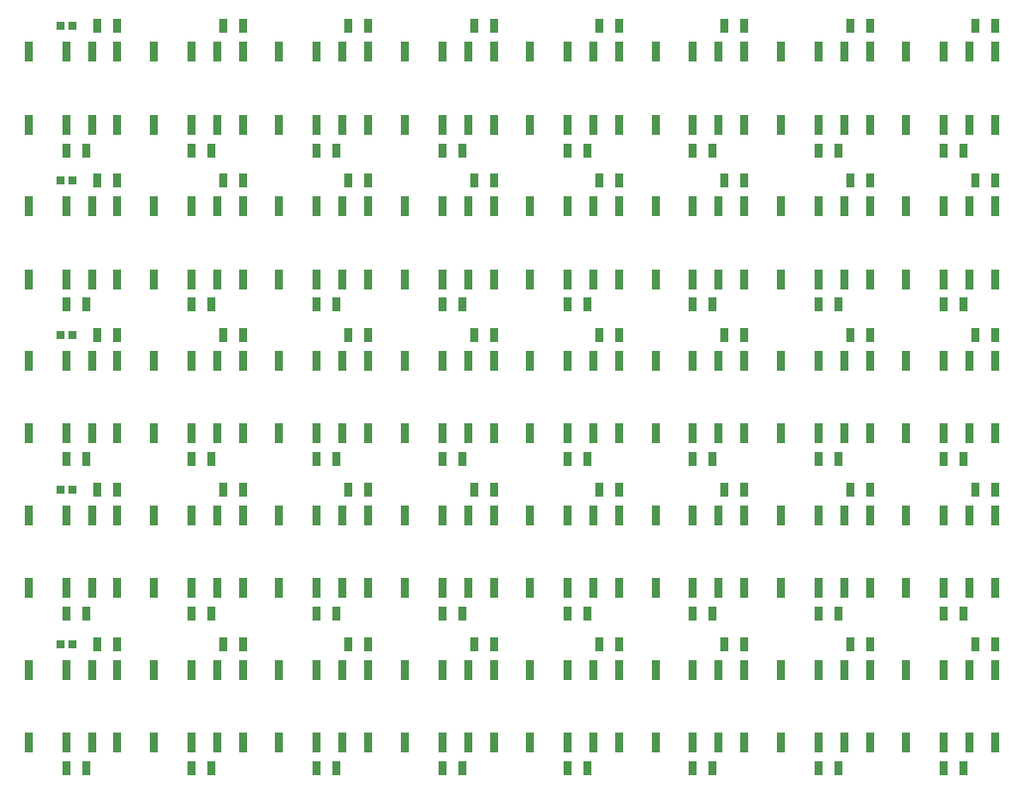
<source format=gbp>
G04*
G04 #@! TF.GenerationSoftware,Altium Limited,Altium Designer,20.0.9 (164)*
G04*
G04 Layer_Color=128*
%FSLAX25Y25*%
%MOIN*%
G70*
G01*
G75*
%ADD18R,0.03150X0.05118*%
%ADD19R,0.02500X0.02500*%
%ADD20R,0.02756X0.06693*%
D18*
X145866Y263779D02*
D03*
X152559D02*
D03*
X135236Y222047D02*
D03*
X141929D02*
D03*
X187992Y263779D02*
D03*
X194685D02*
D03*
X177362Y222047D02*
D03*
X184055D02*
D03*
X230118Y263779D02*
D03*
X236811D02*
D03*
X219488Y222047D02*
D03*
X226181D02*
D03*
X272244Y263779D02*
D03*
X278937D02*
D03*
X261614Y222047D02*
D03*
X268307D02*
D03*
X314370Y263779D02*
D03*
X321063D02*
D03*
X303740Y222047D02*
D03*
X310433D02*
D03*
X356496Y263779D02*
D03*
X363189D02*
D03*
X345866Y222047D02*
D03*
X352559D02*
D03*
X398622Y263779D02*
D03*
X405315D02*
D03*
X387992Y222047D02*
D03*
X394685D02*
D03*
X440748Y263779D02*
D03*
X447441D02*
D03*
X430118Y222047D02*
D03*
X436811D02*
D03*
X145866Y211811D02*
D03*
X152559D02*
D03*
X135236Y170079D02*
D03*
X141929D02*
D03*
X187992Y211811D02*
D03*
X194685D02*
D03*
X177362Y170079D02*
D03*
X184055D02*
D03*
X230118Y211811D02*
D03*
X236811D02*
D03*
X219488Y170079D02*
D03*
X226181D02*
D03*
X272244Y211811D02*
D03*
X278937D02*
D03*
X261614Y170079D02*
D03*
X268307D02*
D03*
X314370Y211811D02*
D03*
X321063D02*
D03*
X303740Y170079D02*
D03*
X310433D02*
D03*
X356496Y211811D02*
D03*
X363189D02*
D03*
X345866Y170079D02*
D03*
X352559D02*
D03*
X398622Y211811D02*
D03*
X405315D02*
D03*
X387992Y170079D02*
D03*
X394685D02*
D03*
X440748Y211811D02*
D03*
X447441D02*
D03*
X430118Y170079D02*
D03*
X436811D02*
D03*
X145866Y159843D02*
D03*
X152559D02*
D03*
X135236Y118110D02*
D03*
X141929D02*
D03*
X187992Y159843D02*
D03*
X194685D02*
D03*
X177362Y118110D02*
D03*
X184055D02*
D03*
X230118Y159843D02*
D03*
X236811D02*
D03*
X219488Y118110D02*
D03*
X226181D02*
D03*
X272244Y159843D02*
D03*
X278937D02*
D03*
X261614Y118110D02*
D03*
X268307D02*
D03*
X314370Y159843D02*
D03*
X321063D02*
D03*
X303740Y118110D02*
D03*
X310433D02*
D03*
X356496Y159843D02*
D03*
X363189D02*
D03*
X345866Y118110D02*
D03*
X352559D02*
D03*
X398622Y159843D02*
D03*
X405315D02*
D03*
X387992Y118110D02*
D03*
X394685D02*
D03*
X440748Y159843D02*
D03*
X447441D02*
D03*
X430118Y118110D02*
D03*
X436811D02*
D03*
X145866Y107874D02*
D03*
X152559D02*
D03*
X135236Y66142D02*
D03*
X141929D02*
D03*
X187992Y107874D02*
D03*
X194685D02*
D03*
X177362Y66142D02*
D03*
X184055D02*
D03*
X230118Y107874D02*
D03*
X236811D02*
D03*
X219488Y66142D02*
D03*
X226181D02*
D03*
X272244Y107874D02*
D03*
X278937D02*
D03*
X261614Y66142D02*
D03*
X268307D02*
D03*
X314370Y107874D02*
D03*
X321063D02*
D03*
X303740Y66142D02*
D03*
X310433D02*
D03*
X356496Y107874D02*
D03*
X363189D02*
D03*
X345866Y66142D02*
D03*
X352559D02*
D03*
X398622Y107874D02*
D03*
X405315D02*
D03*
X387992Y66142D02*
D03*
X394685D02*
D03*
X440748Y107874D02*
D03*
X447441D02*
D03*
X430118Y66142D02*
D03*
X436811D02*
D03*
X356496Y55905D02*
D03*
X363189D02*
D03*
X440748D02*
D03*
X447441D02*
D03*
X398622D02*
D03*
X405315D02*
D03*
X314370D02*
D03*
X321063D02*
D03*
X272244D02*
D03*
X278937D02*
D03*
X230118D02*
D03*
X236811D02*
D03*
X187992D02*
D03*
X194685D02*
D03*
X145866D02*
D03*
X152559D02*
D03*
X430118Y14173D02*
D03*
X436811D02*
D03*
X387992D02*
D03*
X394685D02*
D03*
X345866D02*
D03*
X352559D02*
D03*
X303740D02*
D03*
X310433D02*
D03*
X261614D02*
D03*
X268307D02*
D03*
X219488D02*
D03*
X226181D02*
D03*
X177362D02*
D03*
X184055D02*
D03*
X135236D02*
D03*
X141929D02*
D03*
D19*
X133236Y263779D02*
D03*
X137236D02*
D03*
X133236Y211811D02*
D03*
X137236D02*
D03*
X133236Y159843D02*
D03*
X137236D02*
D03*
X133236Y107874D02*
D03*
X137236D02*
D03*
X133236Y55905D02*
D03*
X137236D02*
D03*
D20*
X417520Y255118D02*
D03*
X430118D02*
D03*
X438779D02*
D03*
X447441D02*
D03*
Y230709D02*
D03*
X438779D02*
D03*
X430118D02*
D03*
X417520D02*
D03*
X375394Y255118D02*
D03*
X387992D02*
D03*
X396654D02*
D03*
X405315D02*
D03*
Y230709D02*
D03*
X396654D02*
D03*
X387992D02*
D03*
X375394D02*
D03*
X333268Y255118D02*
D03*
X345866D02*
D03*
X354528D02*
D03*
X363189D02*
D03*
Y230709D02*
D03*
X354528D02*
D03*
X345866D02*
D03*
X333268D02*
D03*
X291142Y255118D02*
D03*
X303740D02*
D03*
X312402D02*
D03*
X321063D02*
D03*
Y230709D02*
D03*
X312402D02*
D03*
X303740D02*
D03*
X291142D02*
D03*
X249016Y255118D02*
D03*
X261614D02*
D03*
X270276D02*
D03*
X278937D02*
D03*
Y230709D02*
D03*
X270276D02*
D03*
X261614D02*
D03*
X249016D02*
D03*
X206890Y255118D02*
D03*
X219488D02*
D03*
X228150D02*
D03*
X236811D02*
D03*
Y230709D02*
D03*
X228150D02*
D03*
X219488D02*
D03*
X206890D02*
D03*
X164764Y255118D02*
D03*
X177362D02*
D03*
X186024D02*
D03*
X194685D02*
D03*
Y230709D02*
D03*
X186024D02*
D03*
X177362D02*
D03*
X164764D02*
D03*
X122638Y255118D02*
D03*
X135236D02*
D03*
X143898D02*
D03*
X152559D02*
D03*
Y230709D02*
D03*
X143898D02*
D03*
X135236D02*
D03*
X122638D02*
D03*
X417520Y203150D02*
D03*
X430118D02*
D03*
X438779D02*
D03*
X447441D02*
D03*
Y178740D02*
D03*
X438779D02*
D03*
X430118D02*
D03*
X417520D02*
D03*
X375394Y203150D02*
D03*
X387992D02*
D03*
X396654D02*
D03*
X405315D02*
D03*
Y178740D02*
D03*
X396654D02*
D03*
X387992D02*
D03*
X375394D02*
D03*
X333268Y203150D02*
D03*
X345866D02*
D03*
X354528D02*
D03*
X363189D02*
D03*
Y178740D02*
D03*
X354528D02*
D03*
X345866D02*
D03*
X333268D02*
D03*
X291142Y203150D02*
D03*
X303740D02*
D03*
X312402D02*
D03*
X321063D02*
D03*
Y178740D02*
D03*
X312402D02*
D03*
X303740D02*
D03*
X291142D02*
D03*
X249016Y203150D02*
D03*
X261614D02*
D03*
X270276D02*
D03*
X278937D02*
D03*
Y178740D02*
D03*
X270276D02*
D03*
X261614D02*
D03*
X249016D02*
D03*
X206890Y203150D02*
D03*
X219488D02*
D03*
X228150D02*
D03*
X236811D02*
D03*
Y178740D02*
D03*
X228150D02*
D03*
X219488D02*
D03*
X206890D02*
D03*
X164764Y203150D02*
D03*
X177362D02*
D03*
X186024D02*
D03*
X194685D02*
D03*
Y178740D02*
D03*
X186024D02*
D03*
X177362D02*
D03*
X164764D02*
D03*
X122638Y203150D02*
D03*
X135236D02*
D03*
X143898D02*
D03*
X152559D02*
D03*
Y178740D02*
D03*
X143898D02*
D03*
X135236D02*
D03*
X122638D02*
D03*
X417520Y151181D02*
D03*
X430118D02*
D03*
X438779D02*
D03*
X447441D02*
D03*
Y126772D02*
D03*
X438779D02*
D03*
X430118D02*
D03*
X417520D02*
D03*
X375394Y151181D02*
D03*
X387992D02*
D03*
X396654D02*
D03*
X405315D02*
D03*
Y126772D02*
D03*
X396654D02*
D03*
X387992D02*
D03*
X375394D02*
D03*
X333268Y151181D02*
D03*
X345866D02*
D03*
X354528D02*
D03*
X363189D02*
D03*
Y126772D02*
D03*
X354528D02*
D03*
X345866D02*
D03*
X333268D02*
D03*
X291142Y151181D02*
D03*
X303740D02*
D03*
X312402D02*
D03*
X321063D02*
D03*
Y126772D02*
D03*
X312402D02*
D03*
X303740D02*
D03*
X291142D02*
D03*
X249016Y151181D02*
D03*
X261614D02*
D03*
X270276D02*
D03*
X278937D02*
D03*
Y126772D02*
D03*
X270276D02*
D03*
X261614D02*
D03*
X249016D02*
D03*
X206890Y151181D02*
D03*
X219488D02*
D03*
X228150D02*
D03*
X236811D02*
D03*
Y126772D02*
D03*
X228150D02*
D03*
X219488D02*
D03*
X206890D02*
D03*
X164764Y151181D02*
D03*
X177362D02*
D03*
X186024D02*
D03*
X194685D02*
D03*
Y126772D02*
D03*
X186024D02*
D03*
X177362D02*
D03*
X164764D02*
D03*
X122638Y151181D02*
D03*
X135236D02*
D03*
X143898D02*
D03*
X152559D02*
D03*
Y126772D02*
D03*
X143898D02*
D03*
X135236D02*
D03*
X122638D02*
D03*
X417520Y99213D02*
D03*
X430118D02*
D03*
X438779D02*
D03*
X447441D02*
D03*
Y74803D02*
D03*
X438779D02*
D03*
X430118D02*
D03*
X417520D02*
D03*
X375394Y99213D02*
D03*
X387992D02*
D03*
X396654D02*
D03*
X405315D02*
D03*
Y74803D02*
D03*
X396654D02*
D03*
X387992D02*
D03*
X375394D02*
D03*
X333268Y99213D02*
D03*
X345866D02*
D03*
X354528D02*
D03*
X363189D02*
D03*
Y74803D02*
D03*
X354528D02*
D03*
X345866D02*
D03*
X333268D02*
D03*
X291142Y99213D02*
D03*
X303740D02*
D03*
X312402D02*
D03*
X321063D02*
D03*
Y74803D02*
D03*
X312402D02*
D03*
X303740D02*
D03*
X291142D02*
D03*
X249016Y99213D02*
D03*
X261614D02*
D03*
X270276D02*
D03*
X278937D02*
D03*
Y74803D02*
D03*
X270276D02*
D03*
X261614D02*
D03*
X249016D02*
D03*
X206890Y99213D02*
D03*
X219488D02*
D03*
X228150D02*
D03*
X236811D02*
D03*
Y74803D02*
D03*
X228150D02*
D03*
X219488D02*
D03*
X206890D02*
D03*
X164764Y99213D02*
D03*
X177362D02*
D03*
X186024D02*
D03*
X194685D02*
D03*
Y74803D02*
D03*
X186024D02*
D03*
X177362D02*
D03*
X164764D02*
D03*
X122638Y99213D02*
D03*
X135236D02*
D03*
X143898D02*
D03*
X152559D02*
D03*
Y74803D02*
D03*
X143898D02*
D03*
X135236D02*
D03*
X122638D02*
D03*
Y47244D02*
D03*
X135236D02*
D03*
X143898D02*
D03*
X152559D02*
D03*
X152559Y22835D02*
D03*
X143898D02*
D03*
X135236D02*
D03*
X122638D02*
D03*
X164764Y47244D02*
D03*
X177362Y47244D02*
D03*
X186024D02*
D03*
X194685D02*
D03*
Y22835D02*
D03*
X186024D02*
D03*
X177362Y22835D02*
D03*
X164764D02*
D03*
X249016Y47244D02*
D03*
X261614Y47244D02*
D03*
X270276D02*
D03*
X278937D02*
D03*
Y22835D02*
D03*
X270276D02*
D03*
X261614D02*
D03*
X249016D02*
D03*
X206890Y47244D02*
D03*
X219488Y47244D02*
D03*
X228150Y47244D02*
D03*
X236811D02*
D03*
Y22835D02*
D03*
X228150D02*
D03*
X219488Y22835D02*
D03*
X206890Y22835D02*
D03*
X291142Y47244D02*
D03*
X303740Y47244D02*
D03*
X312402Y47244D02*
D03*
X321063D02*
D03*
Y22835D02*
D03*
X312402D02*
D03*
X303740D02*
D03*
X291142D02*
D03*
X333268Y47244D02*
D03*
X345866Y47244D02*
D03*
X354528Y47244D02*
D03*
X363189Y47244D02*
D03*
Y22835D02*
D03*
X354528D02*
D03*
X345866D02*
D03*
X333268D02*
D03*
X375394Y47244D02*
D03*
X387992D02*
D03*
X396654Y47244D02*
D03*
X405315Y47244D02*
D03*
Y22835D02*
D03*
X396654Y22835D02*
D03*
X387992Y22835D02*
D03*
X375394D02*
D03*
X417520Y47244D02*
D03*
X430118Y47244D02*
D03*
X438779Y47244D02*
D03*
X447441D02*
D03*
Y22835D02*
D03*
X438779D02*
D03*
X430118D02*
D03*
X417520D02*
D03*
M02*

</source>
